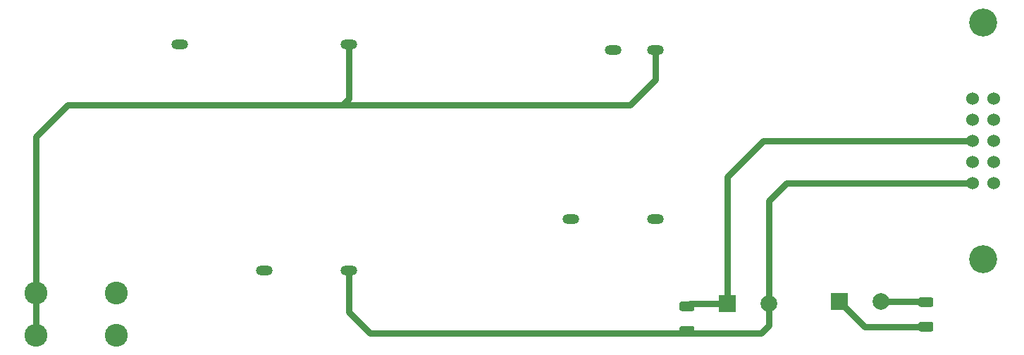
<source format=gbr>
%TF.GenerationSoftware,KiCad,Pcbnew,(5.1.9)-1*%
%TF.CreationDate,2021-03-26T17:10:42+01:00*%
%TF.ProjectId,Power Supply,506f7765-7220-4537-9570-706c792e6b69,rev?*%
%TF.SameCoordinates,Original*%
%TF.FileFunction,Copper,L1,Top*%
%TF.FilePolarity,Positive*%
%FSLAX46Y46*%
G04 Gerber Fmt 4.6, Leading zero omitted, Abs format (unit mm)*
G04 Created by KiCad (PCBNEW (5.1.9)-1) date 2021-03-26 17:10:42*
%MOMM*%
%LPD*%
G01*
G04 APERTURE LIST*
%TA.AperFunction,ComponentPad*%
%ADD10C,2.745000*%
%TD*%
%TA.AperFunction,ComponentPad*%
%ADD11C,1.524000*%
%TD*%
%TA.AperFunction,ComponentPad*%
%ADD12C,3.352800*%
%TD*%
%TA.AperFunction,ComponentPad*%
%ADD13O,2.000000X1.200000*%
%TD*%
%TA.AperFunction,ComponentPad*%
%ADD14C,2.000000*%
%TD*%
%TA.AperFunction,ComponentPad*%
%ADD15R,2.000000X2.000000*%
%TD*%
%TA.AperFunction,Conductor*%
%ADD16C,0.750000*%
%TD*%
G04 APERTURE END LIST*
D10*
%TO.P,J2,1*%
%TO.N,Net-(J2-Pad1)*%
X109982000Y-136398000D03*
%TO.P,J2,2*%
X109982000Y-131318000D03*
%TD*%
%TO.P,J1,1*%
%TO.N,Net-(J1-Pad1)*%
X119634000Y-136398000D03*
%TO.P,J1,2*%
X119634000Y-131318000D03*
%TD*%
D11*
%TO.P,J3,1*%
%TO.N,Net-(J3-Pad1)*%
X225044000Y-107950000D03*
%TO.P,J3,2*%
%TO.N,Net-(J3-Pad2)*%
X222504000Y-107950000D03*
%TO.P,J3,3*%
%TO.N,5V*%
X225044000Y-110490000D03*
%TO.P,J3,4*%
%TO.N,Net-(J3-Pad4)*%
X222504000Y-110490000D03*
%TO.P,J3,5*%
%TO.N,5V_GND*%
X225044000Y-113030000D03*
%TO.P,J3,6*%
%TO.N,Phantom_48V*%
X222504000Y-113030000D03*
%TO.P,J3,7*%
%TO.N,Net-(J3-Pad7)*%
X225044000Y-115570000D03*
%TO.P,J3,8*%
%TO.N,Net-(J3-Pad8)*%
X222504000Y-115570000D03*
%TO.P,J3,9*%
%TO.N,Net-(J3-Pad9)*%
X225044000Y-118110000D03*
%TO.P,J3,10*%
%TO.N,Phantom_48V_GND*%
X222504000Y-118110000D03*
D12*
%TO.P,J3,11*%
%TO.N,Net-(J3-Pad11)*%
X223774000Y-98818700D03*
%TO.P,J3,12*%
%TO.N,Net-(J3-Pad12)*%
X223774000Y-127241300D03*
%TD*%
D13*
%TO.P,U2,3*%
%TO.N,Phantom_48V*%
X137414000Y-128652000D03*
%TO.P,U2,4*%
%TO.N,Phantom_48V_GND*%
X147574000Y-128652000D03*
%TO.P,U2,1*%
%TO.N,Net-(J1-Pad1)*%
X127254000Y-101472000D03*
%TO.P,U2,2*%
%TO.N,Net-(J2-Pad1)*%
X147574000Y-101472000D03*
%TD*%
%TO.P,U1,4*%
%TO.N,5V_GND*%
X174244000Y-122428000D03*
%TO.P,U1,3*%
%TO.N,5V*%
X184404000Y-122428000D03*
%TO.P,U1,1*%
%TO.N,Net-(J1-Pad1)*%
X179324000Y-102108000D03*
%TO.P,U1,2*%
%TO.N,Net-(J2-Pad1)*%
X184404000Y-102108000D03*
%TD*%
D14*
%TO.P,C4,2*%
%TO.N,5V_GND*%
X211502000Y-132334000D03*
D15*
%TO.P,C4,1*%
%TO.N,5V*%
X206502000Y-132334000D03*
%TD*%
D14*
%TO.P,C3,2*%
%TO.N,Phantom_48V_GND*%
X198040000Y-132588000D03*
D15*
%TO.P,C3,1*%
%TO.N,Phantom_48V*%
X193040000Y-132588000D03*
%TD*%
%TO.P,C2,2*%
%TO.N,5V_GND*%
%TA.AperFunction,SMDPad,CuDef*%
G36*
G01*
X217566001Y-133007000D02*
X216265999Y-133007000D01*
G75*
G02*
X216016000Y-132757001I0J249999D01*
G01*
X216016000Y-132106999D01*
G75*
G02*
X216265999Y-131857000I249999J0D01*
G01*
X217566001Y-131857000D01*
G75*
G02*
X217816000Y-132106999I0J-249999D01*
G01*
X217816000Y-132757001D01*
G75*
G02*
X217566001Y-133007000I-249999J0D01*
G01*
G37*
%TD.AperFunction*%
%TO.P,C2,1*%
%TO.N,5V*%
%TA.AperFunction,SMDPad,CuDef*%
G36*
G01*
X217566001Y-135957000D02*
X216265999Y-135957000D01*
G75*
G02*
X216016000Y-135707001I0J249999D01*
G01*
X216016000Y-135056999D01*
G75*
G02*
X216265999Y-134807000I249999J0D01*
G01*
X217566001Y-134807000D01*
G75*
G02*
X217816000Y-135056999I0J-249999D01*
G01*
X217816000Y-135707001D01*
G75*
G02*
X217566001Y-135957000I-249999J0D01*
G01*
G37*
%TD.AperFunction*%
%TD*%
%TO.P,C1,2*%
%TO.N,Phantom_48V_GND*%
%TA.AperFunction,SMDPad,CuDef*%
G36*
G01*
X187563999Y-135315000D02*
X188864001Y-135315000D01*
G75*
G02*
X189114000Y-135564999I0J-249999D01*
G01*
X189114000Y-136215001D01*
G75*
G02*
X188864001Y-136465000I-249999J0D01*
G01*
X187563999Y-136465000D01*
G75*
G02*
X187314000Y-136215001I0J249999D01*
G01*
X187314000Y-135564999D01*
G75*
G02*
X187563999Y-135315000I249999J0D01*
G01*
G37*
%TD.AperFunction*%
%TO.P,C1,1*%
%TO.N,Phantom_48V*%
%TA.AperFunction,SMDPad,CuDef*%
G36*
G01*
X187563999Y-132365000D02*
X188864001Y-132365000D01*
G75*
G02*
X189114000Y-132614999I0J-249999D01*
G01*
X189114000Y-133265001D01*
G75*
G02*
X188864001Y-133515000I-249999J0D01*
G01*
X187563999Y-133515000D01*
G75*
G02*
X187314000Y-133265001I0J249999D01*
G01*
X187314000Y-132614999D01*
G75*
G02*
X187563999Y-132365000I249999J0D01*
G01*
G37*
%TD.AperFunction*%
%TD*%
D16*
%TO.N,Phantom_48V_GND*%
X147574000Y-133604000D02*
X147574000Y-128652000D01*
X150114000Y-136144000D02*
X147574000Y-133604000D01*
X197104000Y-136144000D02*
X150114000Y-136144000D01*
X198040000Y-135208000D02*
X197104000Y-136144000D01*
X198040000Y-132588000D02*
X198040000Y-135208000D01*
X198040000Y-120222000D02*
X198040000Y-132588000D01*
X200152000Y-118110000D02*
X198040000Y-120222000D01*
X222504000Y-118110000D02*
X200152000Y-118110000D01*
%TO.N,Phantom_48V*%
X188566000Y-132588000D02*
X188214000Y-132940000D01*
X193040000Y-132588000D02*
X188566000Y-132588000D01*
X193040000Y-117348000D02*
X193040000Y-132588000D01*
X197358000Y-113030000D02*
X193040000Y-117348000D01*
X222504000Y-113030000D02*
X197358000Y-113030000D01*
%TO.N,5V_GND*%
X216818000Y-132334000D02*
X216916000Y-132432000D01*
X211502000Y-132334000D02*
X216818000Y-132334000D01*
%TO.N,5V*%
X209550000Y-135382000D02*
X216916000Y-135382000D01*
X206502000Y-132334000D02*
X209550000Y-135382000D01*
%TO.N,Net-(J2-Pad1)*%
X109982000Y-136398000D02*
X109982000Y-131318000D01*
X184404000Y-105664000D02*
X181356000Y-108712000D01*
X184404000Y-102108000D02*
X184404000Y-105664000D01*
X138430000Y-108712000D02*
X140334000Y-108712000D01*
X141478000Y-108712000D02*
X138430000Y-108712000D01*
X141478000Y-108712000D02*
X140716000Y-108712000D01*
X147574000Y-107950000D02*
X146812000Y-108712000D01*
X147574000Y-101472000D02*
X147574000Y-107950000D01*
X146812000Y-108712000D02*
X141478000Y-108712000D01*
X181356000Y-108712000D02*
X146812000Y-108712000D01*
X113792000Y-108712000D02*
X138430000Y-108712000D01*
X109982000Y-112522000D02*
X113792000Y-108712000D01*
X109982000Y-131318000D02*
X109982000Y-112522000D01*
%TD*%
M02*

</source>
